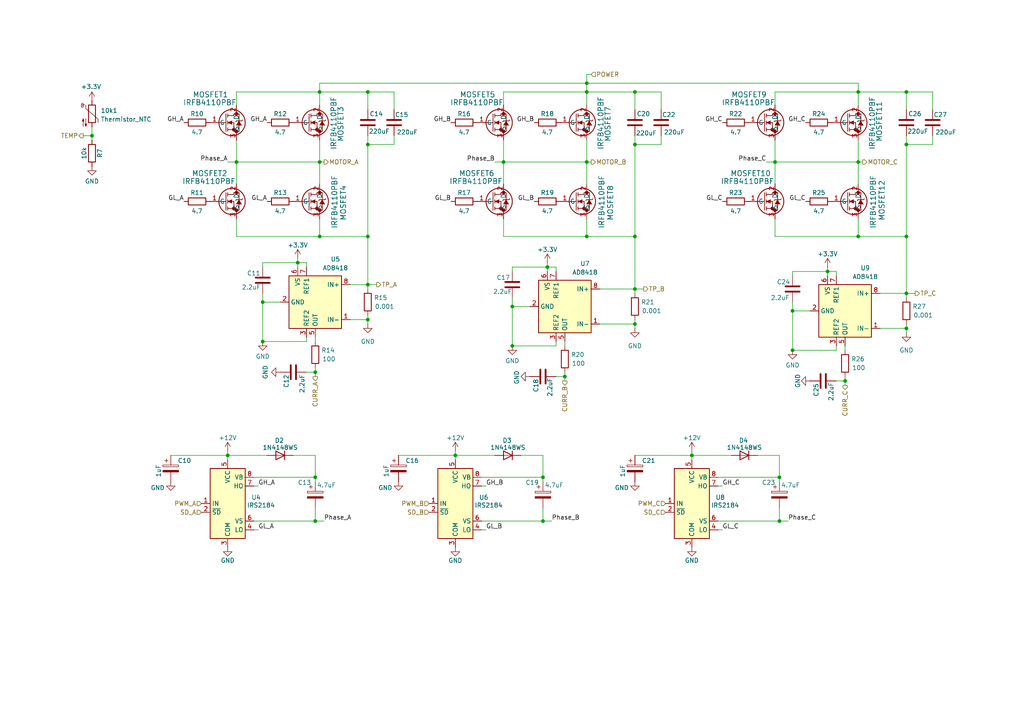
<source format=kicad_sch>
(kicad_sch (version 20231120) (generator "eeschema") (generator_version "8.0")
  (paper "A4")
  (lib_symbols
    (symbol "2025-03-02_09-46-41:IRFB4110PBF" (pin_names (offset 0.254))
      (property "Reference" "MOSFET" (at 11.43 1.905 0))
      (property "Value" "IRFB4110PBF" (at 11.43 -2.54 0))
      (symbol "IRFB4110PBF_0_1"
        (polyline (pts (xy 2.54 0) (xy 4.445 0)) (stroke (width 0.2032)))
        (polyline (pts (xy 4.572 -2.54) (xy 4.572 2.54)) (stroke (width 0.2032)))
        (polyline (pts (xy 5.08 -2.54) (xy 5.08 -1.524)) (stroke (width 0.2032)))
        (polyline (pts (xy 5.08 -2.032) (xy 6.858 -2.032)) (stroke (width 0.2032)))
        (polyline (pts (xy 5.08 -0.508) (xy 5.08 0.508)) (stroke (width 0.2032)))
        (polyline (pts (xy 5.08 1.524) (xy 5.08 2.54)) (stroke (width 0.2032)))
        (polyline (pts (xy 5.08 2.032) (xy 6.858 2.032)) (stroke (width 0.2032)))
        (polyline (pts (xy 6.35 0) (xy 6.858 0)) (stroke (width 0.2032)))
        (polyline (pts (xy 6.858 -2.54) (xy 6.858 0)) (stroke (width 0.2032)))
        (polyline (pts (xy 6.858 -2.54) (xy 8.382 -2.54)) (stroke (width 0.2032)))
        (polyline (pts (xy 6.858 2.032) (xy 6.858 2.54)) (stroke (width 0.2032)))
        (polyline (pts (xy 6.858 2.54) (xy 8.382 2.54)) (stroke (width 0.2032)))
        (polyline (pts (xy 7.366 0.254) (xy 7.62 0.508)) (stroke (width 0.2032)))
        (polyline (pts (xy 8.382 -2.54) (xy 8.382 -0.762)) (stroke (width 0.2032)))
        (polyline (pts (xy 8.382 0.508) (xy 8.382 2.54)) (stroke (width 0.2032)))
        (polyline (pts (xy 9.144 0.508) (xy 7.62 0.508)) (stroke (width 0.2032)))
        (polyline (pts (xy 9.398 0.762) (xy 9.144 0.508)) (stroke (width 0.2032)))
        (polyline (pts (xy 6.35 0.508) (xy 5.08 0) (xy 6.35 -0.508)) (fill (type outline)))
        (polyline (pts (xy 9.144 -0.762) (xy 7.62 -0.762) (xy 8.382 0.508)) (fill (type outline)))
        (circle (center 6.35 0) (radius 3.81) (stroke (width 0.254)))
        (circle (center 6.858 -2.032) (radius 0.0254) (stroke (width 0.508)))
        (circle (center 7.62 -2.54) (radius 0.0254) (stroke (width 0.508)))
        (circle (center 7.62 2.54) (radius 0.0254) (stroke (width 0.508)))
        (pin unspecified line (at 0 0 0) (length 2.54) (name "G") (number "1"))
        (pin unspecified line (at 7.62 5.08 270) (length 2.54) (name "D") (number "2"))
        (pin unspecified line (at 7.62 -5.08 90) (length 2.54) (name "S") (number "3"))
      )
    )
    (symbol "Amplifier_Current:AD8418"
      (property "Reference" "U" (at -7.62 10.795 0))
      (property "Value" "AD8418" (at -7.62 8.89 0))
      (symbol "AD8418_0_1"
        (rectangle (start -7.62 7.62) (end 7.62 -7.62) (stroke (width 0.254)) (fill (type background)))
      )
      (symbol "AD8418_1_1"
        (pin input line (at 5.08 10.16 270) (length 2.54) (name "IN-") (number "1"))
        (pin power_in line (at 0 -10.16 90) (length 2.54) (name "GND") (number "2"))
        (pin input line (at 10.16 -2.54 180) (length 2.54) (name "REF2") (number "3"))
        (pin no_connect line (at 2.54 -7.62 90) (length 2.54) hide (name "NC") (number "4"))
        (pin output line (at 10.16 0 180) (length 2.54) (name "OUT") (number "5"))
        (pin power_in line (at -10.16 -5.08 0) (length 2.54) (name "VS") (number "6"))
        (pin input line (at -10.16 -2.54 0) (length 2.54) (name "REF1") (number "7"))
        (pin input line (at -5.08 10.16 270) (length 2.54) (name "IN+") (number "8"))
      )
    )
    (symbol "Device:C" (pin_numbers hide) (pin_names (offset 0.254))
      (property "Reference" "C" (at 0.635 2.54 0))
      (property "Value" "C" (at 0.635 -2.54 0))
      (symbol "C_0_1"
        (polyline (pts (xy -2.032 -0.762) (xy 2.032 -0.762)) (stroke (width 0.508)))
        (polyline (pts (xy -2.032 0.762) (xy 2.032 0.762)) (stroke (width 0.508)))
      )
      (symbol "C_1_1"
        (pin passive line (at 0 3.81 270) (length 2.794) (name "~") (number "1"))
        (pin passive line (at 0 -3.81 90) (length 2.794) (name "~") (number "2"))
      )
    )
    (symbol "Device:C_Polarized" (pin_numbers hide) (pin_names (offset 0.254))
      (property "Reference" "C" (at 0.635 2.54 0))
      (property "Value" "C_Polarized" (at 0.635 -2.54 0))
      (symbol "C_Polarized_0_1"
        (rectangle (start -2.286 0.508) (end 2.286 1.016))
        (polyline (pts (xy -1.778 2.286) (xy -0.762 2.286)))
        (polyline (pts (xy -1.27 2.794) (xy -1.27 1.778)))
        (rectangle (start 2.286 -0.508) (end -2.286 -1.016) (fill (type outline)))
      )
      (symbol "C_Polarized_1_1"
        (pin passive line (at 0 3.81 270) (length 2.794) (name "~") (number "1"))
        (pin passive line (at 0 -3.81 90) (length 2.794) (name "~") (number "2"))
      )
    )
    (symbol "Device:R" (pin_numbers hide) (pin_names (offset 0))
      (property "Reference" "R" (at 2.032 0 90))
      (property "Value" "R" (at 0 0 90))
      (symbol "R_0_1"
        (rectangle (start -1.016 -2.54) (end 1.016 2.54) (stroke (width 0.254)))
      )
      (symbol "R_1_1"
        (pin passive line (at 0 3.81 270) (length 1.27) (name "~") (number "1"))
        (pin passive line (at 0 -3.81 90) (length 1.27) (name "~") (number "2"))
      )
    )
    (symbol "Device:Thermistor_NTC" (pin_numbers hide) (pin_names (offset 0))
      (property "Reference" "TH" (at -4.445 0 90))
      (property "Value" "Thermistor_NTC" (at 3.175 0 90))
      (symbol "Thermistor_NTC_0_1"
        (arc (start -3.048 2.159) (mid -3.0495 2.3143) (end -3.175 2.413))
        (arc (start -3.048 2.159) (mid -2.9736 1.9794) (end -2.794 1.905))
        (arc (start -3.048 2.794) (mid -2.9736 2.6144) (end -2.794 2.54))
        (arc (start -2.794 1.905) (mid -2.6144 1.9794) (end -2.54 2.159))
        (arc (start -2.794 2.54) (mid -2.4393 2.5587) (end -2.159 2.794))
        (arc (start -2.794 3.048) (mid -2.9736 2.9736) (end -3.048 2.794))
        (arc (start -2.54 2.794) (mid -2.6144 2.9736) (end -2.794 3.048))
        (rectangle (start -1.016 2.54) (end 1.016 -2.54) (stroke (width 0.254)))
        (polyline (pts (xy -2.54 2.159) (xy -2.54 2.794)))
        (polyline (pts (xy -1.778 2.54) (xy -1.778 1.524) (xy 1.778 -1.524) (xy 1.778 -2.54)))
        (polyline (pts (xy -2.54 -3.683) (xy -2.54 -1.397) (xy -2.794 -2.159) (xy -2.286 -2.159) (xy -2.54 -1.397) (xy -2.54 -1.651)) (fill (type outline)))
        (polyline (pts (xy -1.778 -1.397) (xy -1.778 -3.683) (xy -2.032 -2.921) (xy -1.524 -2.921) (xy -1.778 -3.683) (xy -1.778 -3.429)) (fill (type outline)))
      )
      (symbol "Thermistor_NTC_1_1"
        (pin passive line (at 0 3.81 270) (length 1.27) (name "~") (number "1"))
        (pin passive line (at 0 -3.81 90) (length 1.27) (name "~") (number "2"))
      )
    )
    (symbol "Diode:1N4148WS" (pin_numbers hide) (pin_names hide)
      (property "Reference" "D" (at 0 2.54 0))
      (property "Value" "1N4148WS" (at 0 -2.54 0))
      (symbol "1N4148WS_0_1"
        (polyline (pts (xy -1.27 1.27) (xy -1.27 -1.27)) (stroke (width 0.254)))
        (polyline (pts (xy 1.27 0) (xy -1.27 0)))
        (polyline (pts (xy 1.27 1.27) (xy 1.27 -1.27) (xy -1.27 0) (xy 1.27 1.27)) (stroke (width 0.254)))
      )
      (symbol "1N4148WS_1_1"
        (pin passive line (at -3.81 0 0) (length 2.54) (name "K") (number "1"))
        (pin passive line (at 3.81 0 180) (length 2.54) (name "A") (number "2"))
      )
    )
    (symbol "Driver_FET:IRS2184"
      (property "Reference" "U" (at 1.27 13.335 0))
      (property "Value" "IRS2184" (at 1.27 11.43 0))
      (symbol "IRS2184_0_1"
        (rectangle (start -5.08 -10.16) (end 5.08 10.16) (stroke (width 0.254)) (fill (type background)))
      )
      (symbol "IRS2184_1_1"
        (pin input line (at -7.62 0 0) (length 2.54) (name "IN") (number "1"))
        (pin input line (at -7.62 -2.54 0) (length 2.54) (name "~{SD}") (number "2"))
        (pin power_in line (at 0 -12.7 90) (length 2.54) (name "COM") (number "3"))
        (pin output line (at 7.62 -7.62 180) (length 2.54) (name "LO") (number "4"))
        (pin power_in line (at 0 12.7 270) (length 2.54) (name "VCC") (number "5"))
        (pin passive line (at 7.62 -5.08 180) (length 2.54) (name "VS") (number "6"))
        (pin output line (at 7.62 5.08 180) (length 2.54) (name "HO") (number "7"))
        (pin passive line (at 7.62 7.62 180) (length 2.54) (name "VB") (number "8"))
      )
    )
    (symbol "power:+12V" (power) (pin_numbers hide) (pin_names (offset 0) hide)
      (property "Value" "+12V" (at 0 3.556 0))
      (symbol "+12V_0_1"
        (polyline (pts (xy -0.762 1.27) (xy 0 2.54)))
        (polyline (pts (xy 0 0) (xy 0 2.54)))
        (polyline (pts (xy 0 2.54) (xy 0.762 1.27)))
      )
      (symbol "+12V_1_1"
        (pin power_in line (at 0 0 90) (length 0) (name "~") (number "1"))
      )
    )
    (symbol "power:+3.3V" (power) (pin_numbers hide) (pin_names (offset 0) hide)
      (property "Value" "+3.3V" (at 0 3.556 0))
      (symbol "+3.3V_0_1"
        (polyline (pts (xy -0.762 1.27) (xy 0 2.54)))
        (polyline (pts (xy 0 0) (xy 0 2.54)))
        (polyline (pts (xy 0 2.54) (xy 0.762 1.27)))
      )
      (symbol "+3.3V_1_1"
        (pin power_in line (at 0 0 90) (length 0) (name "~") (number "1"))
      )
    )
    (symbol "power:GND" (power) (pin_numbers hide) (pin_names (offset 0) hide)
      (property "Value" "GND" (at 0 -3.81 0))
      (symbol "GND_0_1"
        (polyline (pts (xy 0 0) (xy 0 -1.27) (xy 1.27 -1.27) (xy 0 -2.54) (xy -1.27 -1.27) (xy 0 -1.27)))
      )
      (symbol "GND_1_1"
        (pin power_in line (at 0 0 270) (length 0) (name "~") (number "1"))
      )
    )
  )
  (junction (at 92.71 26.67))
  (junction (at 248.92 46.99))
  (junction (at 240.03 78.74))
  (junction (at 170.18 46.99))
  (junction (at 262.89 41.91))
  (junction (at 184.15 68.58))
  (junction (at 170.18 68.58))
  (junction (at 148.59 100.33))
  (junction (at 106.68 92.71))
  (junction (at 163.83 109.22))
  (junction (at 262.89 26.67))
  (junction (at 106.68 41.91))
  (junction (at 248.92 68.58))
  (junction (at 68.58 46.99))
  (junction (at 66.04 132.08))
  (junction (at 157.48 138.43))
  (junction (at 226.06 151.13))
  (junction (at 262.89 68.58))
  (junction (at 92.71 46.99))
  (junction (at 76.2 87.63))
  (junction (at 157.48 151.13))
  (junction (at 248.92 26.67))
  (junction (at 262.89 95.25))
  (junction (at 226.06 138.43))
  (junction (at 224.79 46.99))
  (junction (at 229.87 101.6))
  (junction (at 86.36 76.2))
  (junction (at 245.11 110.49))
  (junction (at 76.2 99.06))
  (junction (at 91.44 138.43))
  (junction (at 132.08 132.08))
  (junction (at 200.66 132.08))
  (junction (at 148.59 88.9))
  (junction (at 170.18 24.13))
  (junction (at 26.67 39.37))
  (junction (at 106.68 68.58))
  (junction (at 184.15 93.98))
  (junction (at 184.15 26.67))
  (junction (at 92.71 68.58))
  (junction (at 146.05 46.99))
  (junction (at 91.44 151.13))
  (junction (at 262.89 85.09))
  (junction (at 170.18 26.67))
  (junction (at 184.15 41.91))
  (junction (at 158.75 77.47))
  (junction (at 184.15 83.82))
  (junction (at 229.87 90.17))
  (junction (at 91.44 107.95))
  (junction (at 106.68 26.67))
  (junction (at 106.68 82.55))
  (wire (pts (xy 106.68 41.91) (xy 106.68 68.58)))
  (wire (pts (xy 106.68 39.37) (xy 106.68 41.91)))
  (wire (pts (xy 245.11 110.49) (xy 245.11 111.76)))
  (wire (pts (xy 161.29 99.06) (xy 161.29 100.33)))
  (wire (pts (xy 68.58 46.99) (xy 92.71 46.99)))
  (wire (pts (xy 161.29 77.47) (xy 158.75 77.47)))
  (wire (pts (xy 114.3 39.37) (xy 114.3 41.91)))
  (wire (pts (xy 140.97 140.97) (xy 139.7 140.97)))
  (wire (pts (xy 146.05 30.48) (xy 146.05 26.67)))
  (wire (pts (xy 191.77 26.67) (xy 184.15 26.67)))
  (wire (pts (xy 184.15 92.71) (xy 184.15 93.98)))
  (wire (pts (xy 184.15 93.98) (xy 184.15 95.25)))
  (wire (pts (xy 106.68 92.71) (xy 106.68 93.98)))
  (wire (pts (xy 228.6 151.13) (xy 226.06 151.13)))
  (wire (pts (xy 209.55 140.97) (xy 208.28 140.97)))
  (wire (pts (xy 224.79 46.99) (xy 248.92 46.99)))
  (wire (pts (xy 226.06 138.43) (xy 226.06 139.7)))
  (wire (pts (xy 270.51 39.37) (xy 270.51 41.91)))
  (wire (pts (xy 262.89 41.91) (xy 262.89 68.58)))
  (wire (pts (xy 101.6 82.55) (xy 106.68 82.55)))
  (wire (pts (xy 91.44 97.79) (xy 91.44 99.06)))
  (wire (pts (xy 93.98 151.13) (xy 91.44 151.13)))
  (wire (pts (xy 248.92 24.13) (xy 170.18 24.13)))
  (wire (pts (xy 106.68 82.55) (xy 106.68 83.82)))
  (wire (pts (xy 262.89 26.67) (xy 262.89 31.75)))
  (wire (pts (xy 106.68 26.67) (xy 92.71 26.67)))
  (wire (pts (xy 224.79 68.58) (xy 248.92 68.58)))
  (wire (pts (xy 68.58 68.58) (xy 92.71 68.58)))
  (wire (pts (xy 68.58 26.67) (xy 92.71 26.67)))
  (wire (pts (xy 76.2 87.63) (xy 81.28 87.63)))
  (wire (pts (xy 248.92 26.67) (xy 262.89 26.67)))
  (wire (pts (xy 229.87 78.74) (xy 240.03 78.74)))
  (wire (pts (xy 191.77 39.37) (xy 191.77 41.91)))
  (wire (pts (xy 224.79 46.99) (xy 224.79 53.34)))
  (wire (pts (xy 49.53 132.08) (xy 66.04 132.08)))
  (wire (pts (xy 229.87 80.01) (xy 229.87 78.74)))
  (wire (pts (xy 184.15 39.37) (xy 184.15 41.91)))
  (wire (pts (xy 255.27 95.25) (xy 262.89 95.25)))
  (wire (pts (xy 191.77 31.75) (xy 191.77 26.67)))
  (wire (pts (xy 209.55 153.67) (xy 208.28 153.67)))
  (wire (pts (xy 146.05 68.58) (xy 170.18 68.58)))
  (wire (pts (xy 86.36 76.2) (xy 86.36 74.93)))
  (wire (pts (xy 76.2 76.2) (xy 86.36 76.2)))
  (wire (pts (xy 173.99 93.98) (xy 184.15 93.98)))
  (wire (pts (xy 68.58 30.48) (xy 68.58 26.67)))
  (wire (pts (xy 170.18 46.99) (xy 171.45 46.99)))
  (wire (pts (xy 92.71 26.67) (xy 92.71 24.13)))
  (wire (pts (xy 224.79 30.48) (xy 224.79 26.67)))
  (wire (pts (xy 219.71 132.08) (xy 226.06 132.08)))
  (wire (pts (xy 86.36 76.2) (xy 86.36 77.47)))
  (wire (pts (xy 240.03 78.74) (xy 240.03 80.01)))
  (wire (pts (xy 92.71 46.99) (xy 93.98 46.99)))
  (wire (pts (xy 157.48 138.43) (xy 157.48 139.7)))
  (wire (pts (xy 184.15 83.82) (xy 186.69 83.82)))
  (wire (pts (xy 184.15 68.58) (xy 184.15 83.82)))
  (wire (pts (xy 115.57 132.08) (xy 132.08 132.08)))
  (wire (pts (xy 88.9 99.06) (xy 76.2 99.06)))
  (wire (pts (xy 242.57 100.33) (xy 242.57 101.6)))
  (wire (pts (xy 139.7 138.43) (xy 157.48 138.43)))
  (wire (pts (xy 91.44 107.95) (xy 91.44 106.68)))
  (wire (pts (xy 88.9 77.47) (xy 88.9 76.2)))
  (wire (pts (xy 157.48 147.32) (xy 157.48 151.13)))
  (wire (pts (xy 66.04 46.99) (xy 68.58 46.99)))
  (wire (pts (xy 132.08 130.81) (xy 132.08 132.08)))
  (wire (pts (xy 170.18 26.67) (xy 170.18 30.48)))
  (wire (pts (xy 270.51 41.91) (xy 262.89 41.91)))
  (wire (pts (xy 74.93 153.67) (xy 73.66 153.67)))
  (wire (pts (xy 224.79 40.64) (xy 224.79 46.99)))
  (wire (pts (xy 245.11 110.49) (xy 245.11 109.22)))
  (wire (pts (xy 66.04 130.81) (xy 66.04 132.08)))
  (wire (pts (xy 248.92 63.5) (xy 248.92 68.58)))
  (wire (pts (xy 146.05 46.99) (xy 146.05 53.34)))
  (wire (pts (xy 242.57 101.6) (xy 229.87 101.6)))
  (wire (pts (xy 85.09 132.08) (xy 91.44 132.08)))
  (wire (pts (xy 157.48 132.08) (xy 157.48 138.43)))
  (wire (pts (xy 146.05 46.99) (xy 170.18 46.99)))
  (wire (pts (xy 200.66 132.08) (xy 212.09 132.08)))
  (wire (pts (xy 248.92 40.64) (xy 248.92 46.99)))
  (wire (pts (xy 114.3 31.75) (xy 114.3 26.67)))
  (wire (pts (xy 76.2 77.47) (xy 76.2 76.2)))
  (wire (pts (xy 132.08 132.08) (xy 132.08 133.35)))
  (wire (pts (xy 158.75 77.47) (xy 158.75 78.74)))
  (wire (pts (xy 163.83 109.22) (xy 163.83 107.95)))
  (wire (pts (xy 148.59 77.47) (xy 158.75 77.47)))
  (wire (pts (xy 92.71 24.13) (xy 170.18 24.13)))
  (wire (pts (xy 88.9 107.95) (xy 91.44 107.95)))
  (wire (pts (xy 224.79 26.67) (xy 248.92 26.67)))
  (wire (pts (xy 92.71 40.64) (xy 92.71 46.99)))
  (wire (pts (xy 171.45 21.59) (xy 170.18 21.59)))
  (wire (pts (xy 143.51 46.99) (xy 146.05 46.99)))
  (wire (pts (xy 170.18 68.58) (xy 184.15 68.58)))
  (wire (pts (xy 242.57 78.74) (xy 240.03 78.74)))
  (wire (pts (xy 262.89 39.37) (xy 262.89 41.91)))
  (wire (pts (xy 73.66 138.43) (xy 91.44 138.43)))
  (wire (pts (xy 170.18 40.64) (xy 170.18 46.99)))
  (wire (pts (xy 68.58 63.5) (xy 68.58 68.58)))
  (wire (pts (xy 170.18 24.13) (xy 170.18 26.67)))
  (wire (pts (xy 114.3 26.67) (xy 106.68 26.67)))
  (wire (pts (xy 92.71 63.5) (xy 92.71 68.58)))
  (wire (pts (xy 242.57 80.01) (xy 242.57 78.74)))
  (wire (pts (xy 91.44 138.43) (xy 91.44 139.7)))
  (wire (pts (xy 248.92 46.99) (xy 250.19 46.99)))
  (wire (pts (xy 146.05 63.5) (xy 146.05 68.58)))
  (wire (pts (xy 76.2 85.09) (xy 76.2 87.63)))
  (wire (pts (xy 248.92 26.67) (xy 248.92 30.48)))
  (wire (pts (xy 151.13 132.08) (xy 157.48 132.08)))
  (wire (pts (xy 163.83 109.22) (xy 163.83 110.49)))
  (wire (pts (xy 255.27 85.09) (xy 262.89 85.09)))
  (wire (pts (xy 229.87 101.6) (xy 229.87 90.17)))
  (wire (pts (xy 73.66 151.13) (xy 91.44 151.13)))
  (wire (pts (xy 146.05 40.64) (xy 146.05 46.99)))
  (wire (pts (xy 91.44 132.08) (xy 91.44 138.43)))
  (wire (pts (xy 66.04 132.08) (xy 66.04 133.35)))
  (wire (pts (xy 66.04 132.08) (xy 77.47 132.08)))
  (wire (pts (xy 146.05 26.67) (xy 170.18 26.67)))
  (wire (pts (xy 106.68 68.58) (xy 106.68 82.55)))
  (wire (pts (xy 184.15 83.82) (xy 184.15 85.09)))
  (wire (pts (xy 262.89 68.58) (xy 248.92 68.58)))
  (wire (pts (xy 242.57 110.49) (xy 245.11 110.49)))
  (wire (pts (xy 106.68 91.44) (xy 106.68 92.71)))
  (wire (pts (xy 26.67 36.83) (xy 26.67 39.37)))
  (wire (pts (xy 106.68 82.55) (xy 109.22 82.55)))
  (wire (pts (xy 68.58 40.64) (xy 68.58 46.99)))
  (wire (pts (xy 148.59 78.74) (xy 148.59 77.47)))
  (wire (pts (xy 226.06 147.32) (xy 226.06 151.13)))
  (wire (pts (xy 101.6 92.71) (xy 106.68 92.71)))
  (wire (pts (xy 200.66 130.81) (xy 200.66 132.08)))
  (wire (pts (xy 229.87 90.17) (xy 234.95 90.17)))
  (wire (pts (xy 161.29 109.22) (xy 163.83 109.22)))
  (wire (pts (xy 226.06 132.08) (xy 226.06 138.43)))
  (wire (pts (xy 91.44 107.95) (xy 91.44 109.22)))
  (wire (pts (xy 76.2 99.06) (xy 76.2 87.63)))
  (wire (pts (xy 173.99 83.82) (xy 184.15 83.82)))
  (wire (pts (xy 229.87 87.63) (xy 229.87 90.17)))
  (wire (pts (xy 184.15 41.91) (xy 184.15 68.58)))
  (wire (pts (xy 92.71 30.48) (xy 92.71 26.67)))
  (wire (pts (xy 270.51 26.67) (xy 262.89 26.67)))
  (wire (pts (xy 200.66 132.08) (xy 200.66 133.35)))
  (wire (pts (xy 26.67 39.37) (xy 26.67 40.64)))
  (wire (pts (xy 132.08 132.08) (xy 143.51 132.08)))
  (wire (pts (xy 161.29 78.74) (xy 161.29 77.47)))
  (wire (pts (xy 24.13 39.37) (xy 26.67 39.37)))
  (wire (pts (xy 170.18 46.99) (xy 170.18 53.34)))
  (wire (pts (xy 88.9 97.79) (xy 88.9 99.06)))
  (wire (pts (xy 114.3 41.91) (xy 106.68 41.91)))
  (wire (pts (xy 170.18 63.5) (xy 170.18 68.58)))
  (wire (pts (xy 245.11 100.33) (xy 245.11 101.6)))
  (wire (pts (xy 148.59 88.9) (xy 153.67 88.9)))
  (wire (pts (xy 139.7 151.13) (xy 157.48 151.13)))
  (wire (pts (xy 158.75 77.47) (xy 158.75 76.2)))
  (wire (pts (xy 248.92 46.99) (xy 248.92 53.34)))
  (wire (pts (xy 88.9 76.2) (xy 86.36 76.2)))
  (wire (pts (xy 92.71 68.58) (xy 106.68 68.58)))
  (wire (pts (xy 160.02 151.13) (xy 157.48 151.13)))
  (wire (pts (xy 262.89 85.09) (xy 265.43 85.09)))
  (wire (pts (xy 208.28 138.43) (xy 226.06 138.43)))
  (wire (pts (xy 240.03 78.74) (xy 240.03 77.47)))
  (wire (pts (xy 148.59 86.36) (xy 148.59 88.9)))
  (wire (pts (xy 106.68 31.75) (xy 106.68 26.67)))
  (wire (pts (xy 222.25 46.99) (xy 224.79 46.99)))
  (wire (pts (xy 170.18 26.67) (xy 184.15 26.67)))
  (wire (pts (xy 184.15 31.75) (xy 184.15 26.67)))
  (wire (pts (xy 163.83 99.06) (xy 163.83 100.33)))
  (wire (pts (xy 92.71 46.99) (xy 92.71 53.34)))
  (wire (pts (xy 262.89 68.58) (xy 262.89 85.09)))
  (wire (pts (xy 184.15 132.08) (xy 200.66 132.08)))
  (wire (pts (xy 224.79 63.5) (xy 224.79 68.58)))
  (wire (pts (xy 170.18 21.59) (xy 170.18 24.13)))
  (wire (pts (xy 74.93 140.97) (xy 73.66 140.97)))
  (wire (pts (xy 262.89 85.09) (xy 262.89 86.36)))
  (wire (pts (xy 191.77 41.91) (xy 184.15 41.91)))
  (wire (pts (xy 68.58 46.99) (xy 68.58 53.34)))
  (wire (pts (xy 262.89 93.98) (xy 262.89 95.25)))
  (wire (pts (xy 208.28 151.13) (xy 226.06 151.13)))
  (wire (pts (xy 91.44 147.32) (xy 91.44 151.13)))
  (wire (pts (xy 262.89 95.25) (xy 262.89 96.52)))
  (wire (pts (xy 248.92 24.13) (xy 248.92 26.67)))
  (wire (pts (xy 140.97 153.67) (xy 139.7 153.67)))
  (wire (pts (xy 148.59 100.33) (xy 148.59 88.9)))
  (wire (pts (xy 161.29 100.33) (xy 148.59 100.33)))
  (wire (pts (xy 270.51 31.75) (xy 270.51 26.67)))
  (label "Phase_A" (at 66.04 46.99 180))
  (label "GH_B" (at 140.97 140.97 0))
  (label "GH_B" (at 154.94 35.56 180))
  (label "GL_B" (at 130.81 58.42 180))
  (label "GH_A" (at 77.47 35.56 180))
  (label "GL_A" (at 77.47 58.42 180))
  (label "Phase_B" (at 160.02 151.13 0))
  (label "GH_B" (at 130.81 35.56 180))
  (label "GL_A" (at 53.34 58.42 180))
  (label "Phase_C" (at 222.25 46.99 180))
  (label "Phase_B" (at 143.51 46.99 180))
  (label "GL_B" (at 154.94 58.42 180))
  (label "GH_C" (at 209.55 140.97 0))
  (label "GL_C" (at 209.55 58.42 180))
  (label "Phase_A" (at 93.98 151.13 0))
  (label "GL_C" (at 209.55 153.67 0))
  (label "GL_B" (at 140.97 153.67 0))
  (label "GH_A" (at 74.93 140.97 0))
  (label "GL_A" (at 74.93 153.67 0))
  (label "GH_C" (at 233.68 35.56 180))
  (label "GH_C" (at 209.55 35.56 180))
  (label "Phase_C" (at 228.6 151.13 0))
  (label "GH_A" (at 53.34 35.56 180))
  (label "GL_C" (at 233.68 58.42 180))
  (hierarchical_label "TP_C" (shape output) (at 265.43 85.09 0))
  (hierarchical_label "POWER" (shape input) (at 171.45 21.59 0))
  (hierarchical_label "CURR_C" (shape output) (at 245.11 111.76 270))
  (hierarchical_label "TP_B" (shape output) (at 186.69 83.82 0))
  (hierarchical_label "MOTOR_A" (shape output) (at 93.98 46.99 0))
  (hierarchical_label "MOTOR_C" (shape output) (at 250.19 46.99 0))
  (hierarchical_label "PWM_B" (shape input) (at 124.46 146.05 180))
  (hierarchical_label "PWM_A" (shape input) (at 58.42 146.05 180))
  (hierarchical_label "CURR_A" (shape output) (at 91.44 109.22 270))
  (hierarchical_label "TP_A" (shape output) (at 109.22 82.55 0))
  (hierarchical_label "PWM_C" (shape input) (at 193.04 146.05 180))
  (hierarchical_label "CURR_B" (shape output) (at 163.83 110.49 270))
  (hierarchical_label "SD_A" (shape input) (at 58.42 148.59 180))
  (hierarchical_label "MOTOR_B" (shape output) (at 171.45 46.99 0))
  (hierarchical_label "SD_B" (shape input) (at 124.46 148.59 180))
  (hierarchical_label "SD_C" (shape input) (at 193.04 148.59 180))
  (hierarchical_label "TEMP" (shape output) (at 24.13 39.37 180))
  (symbol (lib_id "Device:C_Polarized") (at 115.57 135.89 0) (unit 1)
    (property "Reference" "C16" (at 117.602 133.604 0) (effects (justify left)))
    (property "Value" "1uF" (at 112.014 138.43 90) (effects (justify left)))
    (property "Footprint" "Capacitor_SMD:C_0805_2012Metric" (effects (hide yes)))
    (property "Description" "Polarized capacitor" (effects (hide yes)))
  )
  (symbol (lib_id "Device:R") (at 262.89 90.17 0) (unit 1)
    (property "Reference" "R27" (at 264.668 88.9 0) (effects (justify left)))
    (property "Value" "0.001" (at 264.922 91.44 0) (effects (justify left)))
    (property "Footprint" "Resistor_SMD:R_2512_6332Metric" (effects (hide yes)))
    (property "Description" "Resistor" (effects (hide yes)))
  )
  (symbol (lib_id "power:GND") (at 234.95 110.49 270) (unit 1)
    (property "Reference" "#PWR56" (effects (hide yes)))
    (property "Value" "GND" (at 231.394 110.49 0))
    (property "Description" "Power symbol creates a global label with name \"GND\" , ground" (effects (hide yes)))
  )
  (symbol (lib_id "Device:C") (at 262.89 35.56 0) (unit 1)
    (property "Reference" "C26" (at 263.398 33.02 0) (effects (justify left)))
    (property "Value" "220uF" (at 263.144 38.1 0) (effects (justify left)))
    (property "Footprint" "Capacitor_SMD:C_Elec_10x10.2" (effects (hide yes)))
    (property "Description" "Unpolarized capacitor" (effects (hide yes)))
  )
  (symbol (lib_id "Device:R") (at 245.11 105.41 0) (unit 1)
    (property "Reference" "R26" (at 246.888 104.14 0) (effects (justify left)))
    (property "Value" "100" (at 247.142 106.68 0) (effects (justify left)))
    (property "Footprint" "Resistor_SMD:R_0603_1608Metric" (effects (hide yes)))
    (property "Description" "Resistor" (effects (hide yes)))
  )
  (symbol (lib_id "power:GND") (at 106.68 93.98 0) (unit 1)
    (property "Reference" "#PWR44" (effects (hide yes)))
    (property "Value" "GND" (at 106.68 99.06 0))
    (property "Description" "Power symbol creates a global label with name \"GND\" , ground" (effects (hide yes)))
  )
  (symbol (lib_id "Diode:1N4148WS") (at 81.28 132.08 0) (mirror y) (unit 1)
    (property "Reference" "D2" (at 81.026 127.762 0))
    (property "Value" "1N4148WS" (at 81.28 129.794 0))
    (property "Footprint" "Diode_SMD:D_SOD-323" (effects (hide yes)))
    (property "Datasheet" "https://www.vishay.com/docs/85751/1n4148ws.pdf" (effects (hide yes)))
    (property "Description" "75V 0.15A Fast switching Diode, SOD-323" (effects (hide yes)))
    (property "Sim.Device" "D" (effects (hide yes)))
    (property "Sim.Pins" "1=K 2=A" (effects (hide yes)))
  )
  (symbol (lib_id "Amplifier_Current:AD8418") (at 245.11 90.17 270) (unit 1)
    (property "Reference" "U9" (at 250.952 77.724 90))
    (property "Value" "AD8418" (at 250.952 80.264 90))
    (property "Footprint" "Package_SO:SOIC-8_3.9x4.9mm_P1.27mm" (effects (hide yes)))
    (property "Datasheet" "https://www.analog.com/media/en/technical-documentation/data-sheets/AD8418.pdf" (effects (hide yes)))
    (property "Description" "70V Bidirectional, Zero Drift, Current Sense Amplifier, 20V/V gain, bandwidth 250kHz, VS=2.7V~5.5V, SOIC-8/MSOP-8" (effects (hide yes)))
  )
  (symbol (lib_id "Device:C") (at 184.15 35.56 0) (unit 1)
    (property "Reference" "C20" (at 184.658 33.02 0) (effects (justify left)))
    (property "Value" "220uF" (at 184.404 38.608 0) (effects (justify left)))
    (property "Footprint" "Capacitor_SMD:C_Elec_10x10.2" (effects (hide yes)))
    (property "Description" "Unpolarized capacitor" (effects (hide yes)))
  )
  (symbol (lib_id "Device:R") (at 213.36 35.56 90) (unit 1)
    (property "Reference" "R22" (at 213.36 33.02 90))
    (property "Value" "4.7" (at 213.36 38.354 90))
    (property "Footprint" "Resistor_SMD:R_0603_1608Metric" (effects (hide yes)))
    (property "Description" "Resistor" (effects (hide yes)))
  )
  (symbol (lib_id "2025-03-02_09-46-41:IRFB4110PBF") (at 85.09 35.56 0) (unit 1)
    (property "Reference" "MOSFET3" (at 98.806 41.148 90) (effects (font (size 1.524 1.524)) (justify left)))
    (property "Value" "IRFB4110PBF" (at 96.774 43.434 90) (effects (font (size 1.524 1.524)) (justify left)))
    (property "Footprint" "Package_TO_SOT_THT:TO-220-3_Vertical" (effects (hide yes)))
    (property "Datasheet" "IRFB4110PBF" (effects (hide yes)))
  )
  (symbol (lib_id "power:GND") (at 200.66 158.75 0) (unit 1)
    (property "Reference" "#PWR54" (effects (hide yes)))
    (property "Value" "GND" (at 200.66 162.56 0))
    (property "Description" "Power symbol creates a global label with name \"GND\" , ground" (effects (hide yes)))
  )
  (symbol (lib_id "Device:C") (at 106.68 35.56 0) (unit 1)
    (property "Reference" "C14" (at 107.188 33.02 0) (effects (justify left)))
    (property "Value" "220uF" (at 106.934 38.1 0) (effects (justify left)))
    (property "Footprint" "Capacitor_SMD:C_Elec_10x10.2" (effects (hide yes)))
    (property "Description" "Unpolarized capacitor" (effects (hide yes)))
  )
  (symbol (lib_id "2025-03-02_09-46-41:IRFB4110PBF") (at 138.43 58.42 0) (unit 1)
    (property "Reference" "MOSFET6" (at 133.096 50.292 0) (effects (font (size 1.524 1.524)) (justify left)))
    (property "Value" "IRFB4110PBF" (at 130.302 52.578 0) (effects (font (size 1.524 1.524)) (justify left)))
    (property "Footprint" "Package_TO_SOT_THT:TO-220-3_Vertical" (effects (hide yes)))
    (property "Datasheet" "IRFB4110PBF" (effects (hide yes)))
  )
  (symbol (lib_id "Device:C_Polarized") (at 184.15 135.89 0) (unit 1)
    (property "Reference" "C21" (at 186.182 133.604 0) (effects (justify left)))
    (property "Value" "1uF" (at 180.594 138.43 90) (effects (justify left)))
    (property "Footprint" "Capacitor_SMD:C_0805_2012Metric" (effects (hide yes)))
    (property "Description" "Polarized capacitor" (effects (hide yes)))
  )
  (symbol (lib_id "power:+3.3V") (at 158.75 76.2 0) (unit 1)
    (property "Reference" "#PWR50" (effects (hide yes)))
    (property "Value" "+3.3V" (at 158.75 72.39 0))
    (property "Description" "Power symbol creates a global label with name \"+3.3V\"" (effects (hide yes)))
  )
  (symbol (lib_id "Device:C") (at 270.51 35.56 0) (unit 1)
    (property "Reference" "C27" (at 270.764 33.274 0) (effects (justify left)))
    (property "Value" "220uF" (at 271.272 38.354 0) (effects (justify left)))
    (property "Footprint" "Capacitor_SMD:C_Elec_10x10.2" (effects (hide yes)))
    (property "Description" "Unpolarized capacitor" (effects (hide yes)))
  )
  (symbol (lib_id "2025-03-02_09-46-41:IRFB4110PBF") (at 85.09 58.42 0) (unit 1)
    (property "Reference" "MOSFET4" (at 99.568 64.008 90) (effects (font (size 1.524 1.524)) (justify left)))
    (property "Value" "IRFB4110PBF" (at 97.028 66.294 90) (effects (font (size 1.524 1.524)) (justify left)))
    (property "Footprint" "Package_TO_SOT_THT:TO-220-3_Vertical" (effects (hide yes)))
    (property "Datasheet" "IRFB4110PBF" (effects (hide yes)))
  )
  (symbol (lib_id "Device:C") (at 157.48 109.22 90) (unit 1)
    (property "Reference" "C18" (at 155.448 113.792 0) (effects (justify left)))
    (property "Value" "2.2uF" (at 159.512 115.062 0) (effects (justify left)))
    (property "Footprint" "Capacitor_SMD:C_0805_2012Metric" (effects (hide yes)))
    (property "Description" "Unpolarized capacitor" (effects (hide yes)))
  )
  (symbol (lib_id "power:GND") (at 229.87 101.6 0) (unit 1)
    (property "Reference" "#PWR55" (effects (hide yes)))
    (property "Value" "GND" (at 229.87 105.918 0))
    (property "Description" "Power symbol creates a global label with name \"GND\" , ground" (effects (hide yes)))
  )
  (symbol (lib_id "power:GND") (at 184.15 139.7 0) (unit 1)
    (property "Reference" "#PWR52" (effects (hide yes)))
    (property "Value" "GND" (at 180.34 141.478 0))
    (property "Description" "Power symbol creates a global label with name \"GND\" , ground" (effects (hide yes)))
  )
  (symbol (lib_id "2025-03-02_09-46-41:IRFB4110PBF") (at 162.56 35.56 0) (unit 1)
    (property "Reference" "MOSFET7" (at 176.276 41.148 90) (effects (font (size 1.524 1.524)) (justify left)))
    (property "Value" "IRFB4110PBF" (at 174.244 43.434 90) (effects (font (size 1.524 1.524)) (justify left)))
    (property "Footprint" "Package_TO_SOT_THT:TO-220-3_Vertical" (effects (hide yes)))
    (property "Datasheet" "IRFB4110PBF" (effects (hide yes)))
  )
  (symbol (lib_id "Device:R") (at 106.68 87.63 0) (unit 1)
    (property "Reference" "R15" (at 108.458 86.36 0) (effects (justify left)))
    (property "Value" "0.001" (at 108.712 88.9 0) (effects (justify left)))
    (property "Footprint" "Resistor_SMD:R_2512_6332Metric" (effects (hide yes)))
    (property "Description" "Resistor" (effects (hide yes)))
  )
  (symbol (lib_id "Device:C") (at 148.59 82.55 0) (unit 1)
    (property "Reference" "C17" (at 144.018 80.518 0) (effects (justify left)))
    (property "Value" "2.2uF" (at 143.002 84.582 0) (effects (justify left)))
    (property "Footprint" "Capacitor_SMD:C_0805_2012Metric" (effects (hide yes)))
    (property "Description" "Unpolarized capacitor" (effects (hide yes)))
  )
  (symbol (lib_id "power:GND") (at 184.15 95.25 0) (unit 1)
    (property "Reference" "#PWR51" (effects (hide yes)))
    (property "Value" "GND" (at 184.15 100.33 0))
    (property "Description" "Power symbol creates a global label with name \"GND\" , ground" (effects (hide yes)))
  )
  (symbol (lib_id "Device:C") (at 85.09 107.95 90) (unit 1)
    (property "Reference" "C12" (at 83.058 112.522 0) (effects (justify left)))
    (property "Value" "2.2uF" (at 87.63 114.046 0) (effects (justify left)))
    (property "Footprint" "Capacitor_SMD:C_0805_2012Metric" (effects (hide yes)))
    (property "Description" "Unpolarized capacitor" (effects (hide yes)))
  )
  (symbol (lib_id "power:+12V") (at 66.04 130.81 0) (unit 1)
    (property "Reference" "#PWR39" (effects (hide yes)))
    (property "Value" "+12V" (at 66.04 127 0))
    (property "Description" "Power symbol creates a global label with name \"+12V\"" (effects (hide yes)))
  )
  (symbol (lib_id "power:GND") (at 76.2 99.06 0) (unit 1)
    (property "Reference" "#PWR41" (effects (hide yes)))
    (property "Value" "GND" (at 76.2 103.378 0))
    (property "Description" "Power symbol creates a global label with name \"GND\" , ground" (effects (hide yes)))
  )
  (symbol (lib_id "2025-03-02_09-46-41:IRFB4110PBF") (at 217.17 58.42 0) (unit 1)
    (property "Reference" "MOSFET10" (at 211.836 50.292 0) (effects (font (size 1.524 1.524)) (justify left)))
    (property "Value" "IRFB4110PBF" (at 209.042 52.578 0) (effects (font (size 1.524 1.524)) (justify left)))
    (property "Footprint" "Package_TO_SOT_THT:TO-220-3_Vertical" (effects (hide yes)))
    (property "Datasheet" "IRFB4110PBF" (effects (hide yes)))
  )
  (symbol (lib_id "power:GND") (at 49.53 139.7 0) (unit 1)
    (property "Reference" "#PWR38" (effects (hide yes)))
    (property "Value" "GND" (at 45.72 141.478 0))
    (property "Description" "Power symbol creates a global label with name \"GND\" , ground" (effects (hide yes)))
  )
  (symbol (lib_id "Device:R") (at 158.75 35.56 90) (unit 1)
    (property "Reference" "R18" (at 158.75 33.02 90))
    (property "Value" "4.7" (at 158.75 38.354 90))
    (property "Footprint" "Resistor_SMD:R_0603_1608Metric" (effects (hide yes)))
    (property "Description" "Resistor" (effects (hide yes)))
  )
  (symbol (lib_id "Device:C") (at 238.76 110.49 90) (unit 1)
    (property "Reference" "C25" (at 236.728 115.062 0) (effects (justify left)))
    (property "Value" "2.2uF" (at 241.046 116.332 0) (effects (justify left)))
    (property "Footprint" "Capacitor_SMD:C_0805_2012Metric" (effects (hide yes)))
    (property "Description" "Unpolarized capacitor" (effects (hide yes)))
  )
  (symbol (lib_id "Device:C") (at 229.87 83.82 0) (unit 1)
    (property "Reference" "C24" (at 225.298 81.788 0) (effects (justify left)))
    (property "Value" "2.2uF" (at 223.52 86.36 0) (effects (justify left)))
    (property "Footprint" "Capacitor_SMD:C_0805_2012Metric" (effects (hide yes)))
    (property "Description" "Unpolarized capacitor" (effects (hide yes)))
  )
  (symbol (lib_id "Device:R") (at 163.83 104.14 0) (unit 1)
    (property "Reference" "R20" (at 165.608 102.87 0) (effects (justify left)))
    (property "Value" "100" (at 165.862 105.41 0) (effects (justify left)))
    (property "Footprint" "Resistor_SMD:R_0603_1608Metric" (effects (hide yes)))
    (property "Description" "Resistor" (effects (hide yes)))
  )
  (symbol (lib_id "power:+12V") (at 200.66 130.81 0) (unit 1)
    (property "Reference" "#PWR53" (effects (hide yes)))
    (property "Value" "+12V" (at 200.66 127 0))
    (property "Description" "Power symbol creates a global label with name \"+12V\"" (effects (hide yes)))
  )
  (symbol (lib_id "2025-03-02_09-46-41:IRFB4110PBF") (at 60.96 58.42 0) (unit 1)
    (property "Reference" "MOSFET2" (at 55.626 50.292 0) (effects (font (size 1.524 1.524)) (justify left)))
    (property "Value" "IRFB4110PBF" (at 52.832 52.578 0) (effects (font (size 1.524 1.524)) (justify left)))
    (property "Footprint" "Package_TO_SOT_THT:TO-220-3_Vertical" (effects (hide yes)))
    (property "Datasheet" "IRFB4110PBF" (effects (hide yes)))
  )
  (symbol (lib_id "Device:R") (at 134.62 35.56 90) (unit 1)
    (property "Reference" "R16" (at 134.62 33.02 90))
    (property "Value" "4.7" (at 134.62 38.354 90))
    (property "Footprint" "Resistor_SMD:R_0603_1608Metric" (effects (hide yes)))
    (property "Description" "Resistor" (effects (hide yes)))
  )
  (symbol (lib_id "power:+12V") (at 132.08 130.81 0) (unit 1)
    (property "Reference" "#PWR46" (effects (hide yes)))
    (property "Value" "+12V" (at 132.08 127 0))
    (property "Description" "Power symbol creates a global label with name \"+12V\"" (effects (hide yes)))
  )
  (symbol (lib_id "2025-03-02_09-46-41:IRFB4110PBF") (at 217.17 35.56 0) (unit 1)
    (property "Reference" "MOSFET9" (at 212.09 27.432 0) (effects (font (size 1.524 1.524)) (justify left)))
    (property "Value" "IRFB4110PBF" (at 209.296 29.718 0) (effects (font (size 1.524 1.524)) (justify left)))
    (property "Footprint" "Package_TO_SOT_THT:TO-220-3_Vertical" (effects (hide yes)))
    (property "Datasheet" "IRFB4110PBF" (effects (hide yes)))
  )
  (symbol (lib_id "Device:C_Polarized") (at 49.53 135.89 0) (unit 1)
    (property "Reference" "C10" (at 51.562 133.604 0) (effects (justify left)))
    (property "Value" "1uF" (at 45.974 138.43 90) (effects (justify left)))
    (property "Footprint" "Capacitor_SMD:C_0805_2012Metric" (effects (hide yes)))
    (property "Description" "Polarized capacitor" (effects (hide yes)))
  )
  (symbol (lib_id "power:GND") (at 81.28 107.95 270) (unit 1)
    (property "Reference" "#PWR42" (effects (hide yes)))
    (property "Value" "GND" (at 76.962 107.95 0))
    (property "Description" "Power symbol creates a global label with name \"GND\" , ground" (effects (hide yes)))
  )
  (symbol (lib_id "Device:R") (at 134.62 58.42 90) (unit 1)
    (property "Reference" "R17" (at 134.62 55.88 90))
    (property "Value" "4.7" (at 134.62 61.214 90))
    (property "Footprint" "Resistor_SMD:R_0603_1608Metric" (effects (hide yes)))
    (property "Description" "Resistor" (effects (hide yes)))
  )
  (symbol (lib_id "2025-03-02_09-46-41:IRFB4110PBF") (at 241.3 35.56 0) (unit 1)
    (property "Reference" "MOSFET11" (at 255.016 41.148 90) (effects (font (size 1.524 1.524)) (justify left)))
    (property "Value" "IRFB4110PBF" (at 252.984 43.434 90) (effects (font (size 1.524 1.524)) (justify left)))
    (property "Footprint" "Package_TO_SOT_THT:TO-220-3_Vertical" (effects (hide yes)))
    (property "Datasheet" "IRFB4110PBF" (effects (hide yes)))
  )
  (symbol (lib_id "Device:C") (at 76.2 81.28 0) (unit 1)
    (property "Reference" "C11" (at 71.628 79.248 0) (effects (justify left)))
    (property "Value" "2.2uF" (at 70.104 83.312 0) (effects (justify left)))
    (property "Footprint" "Capacitor_SMD:C_0805_2012Metric" (effects (hide yes)))
    (property "Description" "Unpolarized capacitor" (effects (hide yes)))
  )
  (symbol (lib_id "power:GND") (at 132.08 158.75 0) (unit 1)
    (property "Reference" "#PWR47" (effects (hide yes)))
    (property "Value" "GND" (at 132.08 162.56 0))
    (property "Description" "Power symbol creates a global label with name \"GND\" , ground" (effects (hide yes)))
  )
  (symbol (lib_id "Device:Thermistor_NTC") (at 26.67 33.02 0) (unit 1)
    (property "Reference" "10k1" (at 29.21 32.0674 0) (effects (justify left)))
    (property "Value" "Thermistor_NTC" (at 29.21 34.6074 0) (effects (justify left)))
    (property "Footprint" "Resistor_SMD:R_0805_2012Metric" (effects (hide yes)))
    (property "Description" "Temperature dependent resistor, negative temperature coefficient" (effects (hide yes)))
  )
  (symbol (lib_id "Driver_FET:IRS2184") (at 132.08 146.05 0) (unit 1)
    (property "Reference" "U6" (at 138.938 144.272 0) (effects (justify left)))
    (property "Value" "IRS2184" (at 137.668 146.558 0) (effects (justify left)))
    (property "Footprint" "Package_SO:SOIC-8_3.9x4.9mm_P1.27mm" (effects (hide yes)))
    (property "Datasheet" "https://www.infineon.com/dgdl/irs2184.pdf?fileId=5546d462533600a401535676d8da27db" (effects (hide yes)))
    (property "Description" "Half-Bridge Driver, 600V, 1.4/1.8A, PDIP-8/SOIC-8" (effects (hide yes)))
  )
  (symbol (lib_id "Device:R") (at 26.67 44.45 180) (unit 1)
    (property "Reference" "R7" (at 28.956 44.45 90))
    (property "Value" "10k" (at 24.384 44.45 90))
    (property "Footprint" "Resistor_SMD:R_0603_1608Metric" (effects (hide yes)))
    (property "Description" "Resistor" (effects (hide yes)))
  )
  (symbol (lib_id "Device:R") (at 213.36 58.42 90) (unit 1)
    (property "Reference" "R23" (at 213.36 55.88 90))
    (property "Value" "4.7" (at 213.36 61.214 90))
    (property "Footprint" "Resistor_SMD:R_0603_1608Metric" (effects (hide yes)))
    (property "Description" "Resistor" (effects (hide yes)))
  )
  (symbol (lib_id "Device:C_Polarized") (at 91.44 143.51 0) (unit 1)
    (property "Reference" "C13" (at 86.36 139.954 0) (effects (justify left)))
    (property "Value" "4.7uF" (at 91.948 140.716 0) (effects (justify left)))
    (property "Footprint" "Capacitor_SMD:C_0805_2012Metric" (effects (hide yes)))
    (property "Description" "Polarized capacitor" (effects (hide yes)))
  )
  (symbol (lib_id "Device:C_Polarized") (at 226.06 143.51 0) (unit 1)
    (property "Reference" "C23" (at 220.98 139.954 0) (effects (justify left)))
    (property "Value" "4.7uF" (at 226.568 140.716 0) (effects (justify left)))
    (property "Footprint" "Capacitor_SMD:C_0805_2012Metric" (effects (hide yes)))
    (property "Description" "Polarized capacitor" (effects (hide yes)))
  )
  (symbol (lib_id "Device:C") (at 114.3 35.56 0) (unit 1)
    (property "Reference" "C15" (at 114.554 33.274 0) (effects (justify left)))
    (property "Value" "220uF" (at 115.062 38.354 0) (effects (justify left)))
    (property "Footprint" "Capacitor_SMD:C_Elec_10x10.2" (effects (hide yes)))
    (property "Description" "Unpolarized capacitor" (effects (hide yes)))
  )
  (symbol (lib_id "Device:R") (at 237.49 35.56 90) (unit 1)
    (property "Reference" "R24" (at 237.49 33.02 90))
    (property "Value" "4.7" (at 237.49 38.354 90))
    (property "Footprint" "Resistor_SMD:R_0603_1608Metric" (effects (hide yes)))
    (property "Description" "Resistor" (effects (hide yes)))
  )
  (symbol (lib_id "power:+3.3V") (at 86.36 74.93 0) (unit 1)
    (property "Reference" "#PWR43" (effects (hide yes)))
    (property "Value" "+3.3V" (at 86.36 71.12 0))
    (property "Description" "Power symbol creates a global label with name \"+3.3V\"" (effects (hide yes)))
  )
  (symbol (lib_id "Device:R") (at 57.15 35.56 90) (unit 1)
    (property "Reference" "R10" (at 57.15 33.02 90))
    (property "Value" "4.7" (at 57.15 38.354 90))
    (property "Footprint" "Resistor_SMD:R_0603_1608Metric" (effects (hide yes)))
    (property "Description" "Resistor" (effects (hide yes)))
  )
  (symbol (lib_id "Device:C_Polarized") (at 157.48 143.51 0) (unit 1)
    (property "Reference" "C19" (at 152.4 139.954 0) (effects (justify left)))
    (property "Value" "4.7uF" (at 157.988 140.716 0) (effects (justify left)))
    (property "Footprint" "Capacitor_SMD:C_0805_2012Metric" (effects (hide yes)))
    (property "Description" "Polarized capacitor" (effects (hide yes)))
  )
  (symbol (lib_id "power:GND") (at 26.67 48.26 0) (unit 1)
    (property "Reference" "#PWR33" (effects (hide yes)))
    (property "Value" "GND" (at 26.67 52.578 0))
    (property "Description" "Power symbol creates a global label with name \"GND\" , ground" (effects (hide yes)))
  )
  (symbol (lib_id "2025-03-02_09-46-41:IRFB4110PBF") (at 60.96 35.56 0) (unit 1)
    (property "Reference" "MOSFET1" (at 55.88 27.432 0) (effects (font (size 1.524 1.524)) (justify left)))
    (property "Value" "IRFB4110PBF" (at 53.086 29.718 0) (effects (font (size 1.524 1.524)) (justify left)))
    (property "Footprint" "Package_TO_SOT_THT:TO-220-3_Vertical" (effects (hide yes)))
    (property "Datasheet" "IRFB4110PBF" (effects (hide yes)))
  )
  (symbol (lib_id "power:GND") (at 262.89 96.52 0) (unit 1)
    (property "Reference" "#PWR58" (effects (hide yes)))
    (property "Value" "GND" (at 262.89 101.6 0))
    (property "Description" "Power symbol creates a global label with name \"GND\" , ground" (effects (hide yes)))
  )
  (symbol (lib_id "Device:C") (at 191.77 35.56 0) (unit 1)
    (property "Reference" "C22" (at 192.024 33.274 0) (effects (justify left)))
    (property "Value" "220uF" (at 192.532 38.354 0) (effects (justify left)))
    (property "Footprint" "Capacitor_SMD:C_Elec_10x10.2" (effects (hide yes)))
    (property "Description" "Unpolarized capacitor" (effects (hide yes)))
  )
  (symbol (lib_id "Amplifier_Current:AD8418") (at 91.44 87.63 270) (unit 1)
    (property "Reference" "U5" (at 97.282 75.184 90))
    (property "Value" "AD8418" (at 97.282 77.724 90))
    (property "Footprint" "Package_SO:SOIC-8_3.9x4.9mm_P1.27mm" (effects (hide yes)))
    (property "Datasheet" "https://www.analog.com/media/en/technical-documentation/data-sheets/AD8418.pdf" (effects (hide yes)))
    (property "Description" "70V Bidirectional, Zero Drift, Current Sense Amplifier, 20V/V gain, bandwidth 250kHz, VS=2.7V~5.5V, SOIC-8/MSOP-8" (effects (hide yes)))
  )
  (symbol (lib_id "power:GND") (at 66.04 158.75 0) (unit 1)
    (property "Reference" "#PWR40" (effects (hide yes)))
    (property "Value" "GND" (at 66.04 162.56 0))
    (property "Description" "Power symbol creates a global label with name \"GND\" , ground" (effects (hide yes)))
  )
  (symbol (lib_id "Device:R") (at 184.15 88.9 0) (unit 1)
    (property "Reference" "R21" (at 185.928 87.63 0) (effects (justify left)))
    (property "Value" "0.001" (at 186.182 90.17 0) (effects (justify left)))
    (property "Footprint" "Resistor_SMD:R_2512_6332Metric" (effects (hide yes)))
    (property "Description" "Resistor" (effects (hide yes)))
  )
  (symbol (lib_id "Driver_FET:IRS2184") (at 200.66 146.05 0) (unit 1)
    (property "Reference" "U8" (at 207.518 144.272 0) (effects (justify left)))
    (property "Value" "IRS2184" (at 206.248 146.558 0) (effects (justify left)))
    (property "Footprint" "Package_SO:SOIC-8_3.9x4.9mm_P1.27mm" (effects (hide yes)))
    (property "Datasheet" "https://www.infineon.com/dgdl/irs2184.pdf?fileId=5546d462533600a401535676d8da27db" (effects (hide yes)))
    (property "Description" "Half-Bridge Driver, 600V, 1.4/1.8A, PDIP-8/SOIC-8" (effects (hide yes)))
  )
  (symbol (lib_id "power:+3.3V") (at 26.67 29.21 0) (unit 1)
    (property "Reference" "#PWR32" (effects (hide yes)))
    (property "Value" "+3.3V" (at 26.416 25.146 0))
    (property "Description" "Power symbol creates a global label with name \"+3.3V\"" (effects (hide yes)))
  )
  (symbol (lib_id "power:GND") (at 153.67 109.22 270) (unit 1)
    (property "Reference" "#PWR49" (effects (hide yes)))
    (property "Value" "GND" (at 149.86 109.474 0))
    (property "Description" "Power symbol creates a global label with name \"GND\" , ground" (effects (hide yes)))
  )
  (symbol (lib_id "Device:R") (at 158.75 58.42 90) (unit 1)
    (property "Reference" "R19" (at 158.75 55.88 90))
    (property "Value" "4.7" (at 158.75 61.214 90))
    (property "Footprint" "Resistor_SMD:R_0603_1608Metric" (effects (hide yes)))
    (property "Description" "Resistor" (effects (hide yes)))
  )
  (symbol (lib_id "2025-03-02_09-46-41:IRFB4110PBF") (at 138.43 35.56 0) (unit 1)
    (property "Reference" "MOSFET5" (at 133.35 27.432 0) (effects (font (size 1.524 1.524)) (justify left)))
    (property "Value" "IRFB4110PBF" (at 130.556 29.718 0) (effects (font (size 1.524 1.524)) (justify left)))
    (property "Footprint" "Package_TO_SOT_THT:TO-220-3_Vertical" (effects (hide yes)))
    (property "Datasheet" "IRFB4110PBF" (effects (hide yes)))
  )
  (symbol (lib_id "Device:R") (at 57.15 58.42 90) (unit 1)
    (property "Reference" "R11" (at 57.15 55.88 90))
    (property "Value" "4.7" (at 57.15 61.214 90))
    (property "Footprint" "Resistor_SMD:R_0603_1608Metric" (effects (hide yes)))
    (property "Description" "Resistor" (effects (hide yes)))
  )
  (symbol (lib_id "Device:R") (at 91.44 102.87 0) (unit 1)
    (property "Reference" "R14" (at 93.218 101.6 0) (effects (justify left)))
    (property "Value" "100" (at 93.472 104.14 0) (effects (justify left)))
    (property "Footprint" "Resistor_SMD:R_0603_1608Metric" (effects (hide yes)))
    (property "Description" "Resistor" (effects (hide yes)))
  )
  (symbol (lib_id "Device:R") (at 81.28 58.42 90) (unit 1)
    (property "Reference" "R13" (at 81.28 55.88 90))
    (property "Value" "4.7" (at 81.28 61.214 90))
    (property "Footprint" "Resistor_SMD:R_0603_1608Metric" (effects (hide yes)))
    (property "Description" "Resistor" (effects (hide yes)))
  )
  (symbol (lib_id "Driver_FET:IRS2184") (at 66.04 146.05 0) (unit 1)
    (property "Reference" "U4" (at 72.898 144.272 0) (effects (justify left)))
    (property "Value" "IRS2184" (at 71.628 146.558 0) (effects (justify left)))
    (property "Footprint" "Package_SO:SOIC-8_3.9x4.9mm_P1.27mm" (effects (hide yes)))
    (property "Datasheet" "https://www.infineon.com/dgdl/irs2184.pdf?fileId=5546d462533600a401535676d8da27db" (effects (hide yes)))
    (property "Description" "Half-Bridge Driver, 600V, 1.4/1.8A, PDIP-8/SOIC-8" (effects (hide yes)))
  )
  (symbol (lib_id "power:GND") (at 148.59 100.33 0) (unit 1)
    (property "Reference" "#PWR48" (effects (hide yes)))
    (property "Value" "GND" (at 148.59 104.648 0))
    (property "Description" "Power symbol creates a global label with name \"GND\" , ground" (effects (hide yes)))
  )
  (symbol (lib_id "Device:R") (at 237.49 58.42 90) (unit 1)
    (property "Reference" "R25" (at 237.49 55.88 90))
    (property "Value" "4.7" (at 237.49 61.214 90))
    (property "Footprint" "Resistor_SMD:R_0603_1608Metric" (effects (hide yes)))
    (property "Description" "Resistor" (effects (hide yes)))
  )
  (symbol (lib_id "Diode:1N4148WS") (at 147.32 132.08 0) (mirror y) (unit 1)
    (property "Reference" "D3" (at 147.066 127.762 0))
    (property "Value" "1N4148WS" (at 147.32 129.794 0))
    (property "Footprint" "Diode_SMD:D_SOD-323" (effects (hide yes)))
    (property "Datasheet" "https://www.vishay.com/docs/85751/1n4148ws.pdf" (effects (hide yes)))
    (property "Description" "75V 0.15A Fast switching Diode, SOD-323" (effects (hide yes)))
    (property "Sim.Device" "D" (effects (hide yes)))
    (property "Sim.Pins" "1=K 2=A" (effects (hide yes)))
  )
  (symbol (lib_id "Diode:1N4148WS") (at 215.9 132.08 0) (mirror y) (unit 1)
    (property "Reference" "D4" (at 215.646 127.762 0))
    (property "Value" "1N4148WS" (at 215.9 129.794 0))
    (property "Footprint" "Diode_SMD:D_SOD-323" (effects (hide yes)))
    (property "Datasheet" "https://www.vishay.com/docs/85751/1n4148ws.pdf" (effects (hide yes)))
    (property "Description" "75V 0.15A Fast switching Diode, SOD-323" (effects (hide yes)))
    (property "Sim.Device" "D" (effects (hide yes)))
    (property "Sim.Pins" "1=K 2=A" (effects (hide yes)))
  )
  (symbol (lib_id "power:+3.3V") (at 240.03 77.47 0) (unit 1)
    (property "Reference" "#PWR57" (effects (hide yes)))
    (property "Value" "+3.3V" (at 240.03 73.66 0))
    (property "Description" "Power symbol creates a global label with name \"+3.3V\"" (effects (hide yes)))
  )
  (symbol (lib_id "power:GND") (at 115.57 139.7 0) (unit 1)
    (property "Reference" "#PWR45" (effects (hide yes)))
    (property "Value" "GND" (at 111.76 141.478 0))
    (property "Description" "Power symbol creates a global label with name \"GND\" , ground" (effects (hide yes)))
  )
  (symbol (lib_id "2025-03-02_09-46-41:IRFB4110PBF") (at 241.3 58.42 0) (unit 1)
    (property "Reference" "MOSFET12" (at 255.778 64.008 90) (effects (font (size 1.524 1.524)) (justify left)))
    (property "Value" "IRFB4110PBF" (at 253.238 66.294 90) (effects (font (size 1.524 1.524)) (justify left)))
    (property "Footprint" "Package_TO_SOT_THT:TO-220-3_Vertical" (effects (hide yes)))
    (property "Datasheet" "IRFB4110PBF" (effects (hide yes)))
  )
  (symbol (lib_id "Device:R") (at 81.28 35.56 90) (unit 1)
    (property "Reference" "R12" (at 81.28 33.02 90))
    (property "Value" "4.7" (at 81.28 38.354 90))
    (property "Footprint" "Resistor_SMD:R_0603_1608Metric" (effects (hide yes)))
    (property "Description" "Resistor" (effects (hide yes)))
  )
  (symbol (lib_id "2025-03-02_09-46-41:IRFB4110PBF") (at 162.56 58.42 0) (unit 1)
    (property "Reference" "MOSFET8" (at 177.038 64.008 90) (effects (font (size 1.524 1.524)) (justify left)))
    (property "Value" "IRFB4110PBF" (at 174.498 66.294 90) (effects (font (size 1.524 1.524)) (justify left)))
    (property "Footprint" "Package_TO_SOT_THT:TO-220-3_Vertical" (effects (hide yes)))
    (property "Datasheet" "IRFB4110PBF" (effects (hide yes)))
  )
  (symbol (lib_id "Amplifier_Current:AD8418") (at 163.83 88.9 270) (unit 1)
    (property "Reference" "U7" (at 169.672 76.454 90))
    (property "Value" "AD8418" (at 169.672 78.994 90))
    (property "Footprint" "Package_SO:SOIC-8_3.9x4.9mm_P1.27mm" (effects (hide yes)))
    (property "Datasheet" "https://www.analog.com/media/en/technical-documentation/data-sheets/AD8418.pdf" (effects (hide yes)))
    (property "Description" "70V Bidirectional, Zero Drift, Current Sense Amplifier, 20V/V gain, bandwidth 250kHz, VS=2.7V~5.5V, SOIC-8/MSOP-8" (effects (hide yes)))
  )
)
</source>
